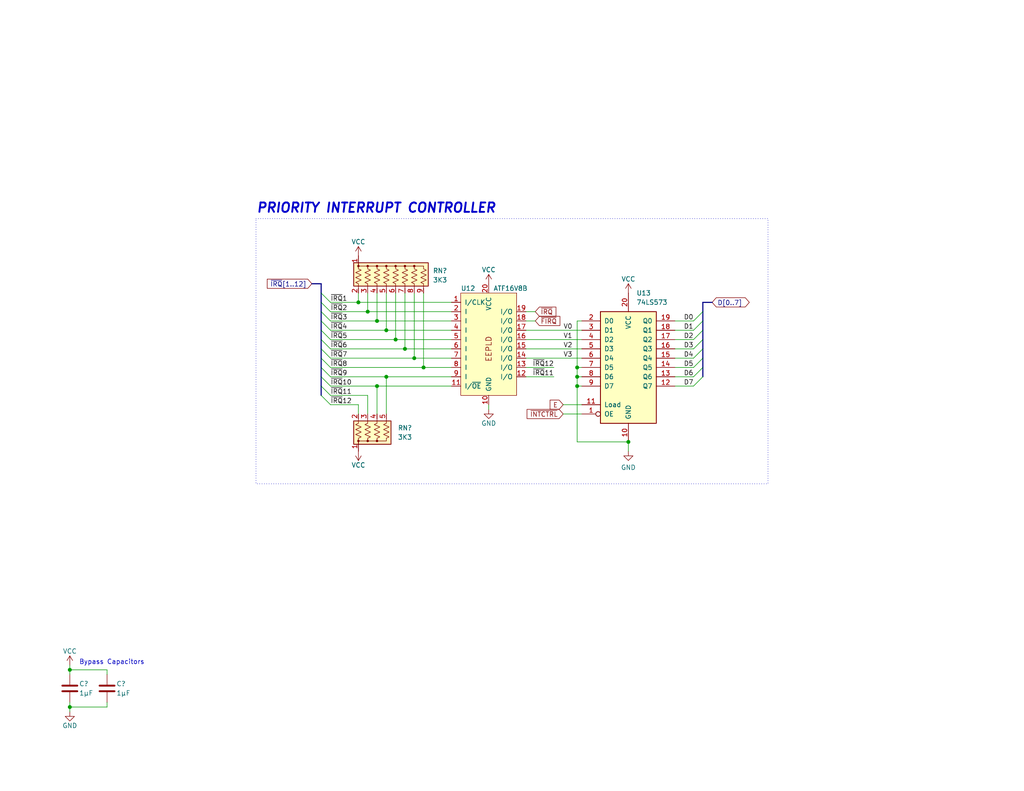
<source format=kicad_sch>
(kicad_sch (version 20230121) (generator eeschema)
  (paper "USLetter")
  (title_block (title "Priority Interrupt Controller") (date "2024-01-16") (rev "1.0") (company "Frédéric Segard") (comment 1 "MicroHobbyist's Retro Homebrew Computers") (comment 2 "microhobbyist.com"))
  (lib_symbols
    (symbol "0_Library:ATF16V8B" (pin_names (offset 1.016))
      (property "Reference" "U" (at -7.62 0 0))
      (property "Value" "ATF16V8B" (at 1.27 0 0))
      (symbol "ATF16V8B_0_0"
        (text "EEPLD" (at 0 -16.51 900) (effects (font (size 1.4986 1.4986))))
      )
      (symbol "ATF16V8B_0_1"
        (rectangle (start -7.62 -1.27) (end 7.62 -29.21) (fill (type background)))
      )
      (symbol "ATF16V8B_1_1"
        (pin input line (at -10.16 -3.81 0) (length 2.54) (name "I/CLK") (number "1"))
        (pin power_in line (at 0 -31.75 90) (length 2.54) (name "GND") (number "10"))
        (pin input line (at -10.16 -26.67 0) (length 2.54) (name "I/~{OE}") (number "11"))
        (pin bidirectional line (at 10.16 -24.13 180) (length 2.54) (name "I/O") (number "12"))
        (pin bidirectional line (at 10.16 -21.59 180) (length 2.54) (name "I/O") (number "13"))
        (pin bidirectional line (at 10.16 -19.05 180) (length 2.54) (name "I/O") (number "14"))
        (pin bidirectional line (at 10.16 -16.51 180) (length 2.54) (name "I/O") (number "15"))
        (pin bidirectional line (at 10.16 -13.97 180) (length 2.54) (name "I/O") (number "16"))
        (pin bidirectional line (at 10.16 -11.43 180) (length 2.54) (name "I/O") (number "17"))
        (pin bidirectional line (at 10.16 -8.89 180) (length 2.54) (name "I/O") (number "18"))
        (pin bidirectional line (at 10.16 -6.35 180) (length 2.54) (name "I/O") (number "19"))
        (pin input line (at -10.16 -6.35 0) (length 2.54) (name "I") (number "2"))
        (pin power_in line (at 0 1.27 270) (length 2.54) (name "VCC") (number "20"))
        (pin input line (at -10.16 -8.89 0) (length 2.54) (name "I") (number "3"))
        (pin input line (at -10.16 -11.43 0) (length 2.54) (name "I") (number "4"))
        (pin input line (at -10.16 -13.97 0) (length 2.54) (name "I") (number "5"))
        (pin input line (at -10.16 -16.51 0) (length 2.54) (name "I") (number "6"))
        (pin input line (at -10.16 -19.05 0) (length 2.54) (name "I") (number "7"))
        (pin input line (at -10.16 -21.59 0) (length 2.54) (name "I") (number "8"))
        (pin input line (at -10.16 -24.13 0) (length 2.54) (name "I") (number "9"))
      )
    )
    (symbol "74xx:74LS573" (pin_names (offset 1.016))
      (property "Reference" "U" (at -7.62 16.51 0))
      (property "Value" "74LS573" (at -7.62 -16.51 0))
      (symbol "74LS573_1_0"
        (pin input inverted (at -12.7 -12.7 0) (length 5.08) (name "OE") (number "1"))
        (pin power_in line (at 0 -20.32 90) (length 5.08) (name "GND") (number "10"))
        (pin input line (at -12.7 -10.16 0) (length 5.08) (name "Load") (number "11"))
        (pin tri_state line (at 12.7 -5.08 180) (length 5.08) (name "Q7") (number "12"))
        (pin tri_state line (at 12.7 -2.54 180) (length 5.08) (name "Q6") (number "13"))
        (pin tri_state line (at 12.7 0 180) (length 5.08) (name "Q5") (number "14"))
        (pin tri_state line (at 12.7 2.54 180) (length 5.08) (name "Q4") (number "15"))
        (pin tri_state line (at 12.7 5.08 180) (length 5.08) (name "Q3") (number "16"))
        (pin tri_state line (at 12.7 7.62 180) (length 5.08) (name "Q2") (number "17"))
        (pin tri_state line (at 12.7 10.16 180) (length 5.08) (name "Q1") (number "18"))
        (pin tri_state line (at 12.7 12.7 180) (length 5.08) (name "Q0") (number "19"))
        (pin input line (at -12.7 12.7 0) (length 5.08) (name "D0") (number "2"))
        (pin power_in line (at 0 20.32 270) (length 5.08) (name "VCC") (number "20"))
        (pin input line (at -12.7 10.16 0) (length 5.08) (name "D1") (number "3"))
        (pin input line (at -12.7 7.62 0) (length 5.08) (name "D2") (number "4"))
        (pin input line (at -12.7 5.08 0) (length 5.08) (name "D3") (number "5"))
        (pin input line (at -12.7 2.54 0) (length 5.08) (name "D4") (number "6"))
        (pin input line (at -12.7 0 0) (length 5.08) (name "D5") (number "7"))
        (pin input line (at -12.7 -2.54 0) (length 5.08) (name "D6") (number "8"))
        (pin input line (at -12.7 -5.08 0) (length 5.08) (name "D7") (number "9"))
      )
      (symbol "74LS573_1_1"
        (rectangle (start -7.62 15.24) (end 7.62 -15.24) (stroke (width 0.254)) (fill (type background)))
      )
    )
    (symbol "Device:C" (pin_numbers hide) (pin_names (offset 0.254))
      (property "Reference" "C" (at 0.635 2.54 0))
      (property "Value" "C" (at 0.635 -2.54 0))
      (symbol "C_0_1"
        (polyline (pts (xy -2.032 -0.762) (xy 2.032 -0.762)) (stroke (width 0.508)))
        (polyline (pts (xy -2.032 0.762) (xy 2.032 0.762)) (stroke (width 0.508)))
      )
      (symbol "C_1_1"
        (pin passive line (at 0 3.81 270) (length 2.794) (name "~") (number "1"))
        (pin passive line (at 0 -3.81 90) (length 2.794) (name "~") (number "2"))
      )
    )
    (symbol "Device:R_Network04_US" (pin_names (offset 0) hide)
      (property "Reference" "RN" (at -7.62 0 90))
      (property "Value" "R_Network04_US" (at 5.08 0 90))
      (symbol "R_Network04_US_0_1"
        (rectangle (start -6.35 -3.175) (end 3.81 3.175) (stroke (width 0.254)) (fill (type background)))
        (circle (center -5.08 2.286) (radius 0.254) (fill (type outline)))
        (circle (center -2.54 2.286) (radius 0.254) (fill (type outline)))
        (polyline (pts (xy -5.08 2.286) (xy 2.54 2.286)))
        (polyline (pts (xy -5.08 2.286) (xy -5.08 1.524) (xy -4.318 1.1684) (xy -5.842 0.508) (xy -4.318 -0.1524) (xy -5.842 -0.8382) (xy -4.318 -1.524) (xy -5.842 -2.1844) (xy -5.08 -2.54) (xy -5.08 -3.81)))
        (polyline (pts (xy -2.54 2.286) (xy -2.54 1.524) (xy -1.778 1.1684) (xy -3.302 0.508) (xy -1.778 -0.1524) (xy -3.302 -0.8382) (xy -1.778 -1.524) (xy -3.302 -2.1844) (xy -2.54 -2.54) (xy -2.54 -3.81)))
        (polyline (pts (xy 0 2.286) (xy 0 1.524) (xy 0.762 1.1684) (xy -0.762 0.508) (xy 0.762 -0.1524) (xy -0.762 -0.8382) (xy 0.762 -1.524) (xy -0.762 -2.1844) (xy 0 -2.54) (xy 0 -3.81)))
        (polyline (pts (xy 2.54 2.286) (xy 2.54 1.524) (xy 3.302 1.1684) (xy 1.778 0.508) (xy 3.302 -0.1524) (xy 1.778 -0.8382) (xy 3.302 -1.524) (xy 1.778 -2.1844) (xy 2.54 -2.54) (xy 2.54 -3.81)))
        (circle (center 0 2.286) (radius 0.254) (fill (type outline)))
      )
      (symbol "R_Network04_US_1_1"
        (pin passive line (at -5.08 5.08 270) (length 2.54) (name "common") (number "1"))
        (pin passive line (at -5.08 -5.08 90) (length 1.27) (name "R1") (number "2"))
        (pin passive line (at -2.54 -5.08 90) (length 1.27) (name "R2") (number "3"))
        (pin passive line (at 0 -5.08 90) (length 1.27) (name "R3") (number "4"))
        (pin passive line (at 2.54 -5.08 90) (length 1.27) (name "R4") (number "5"))
      )
    )
    (symbol "Device:R_Network08_US" (pin_names (offset 0) hide)
      (property "Reference" "RN" (at -12.7 0 90))
      (property "Value" "R_Network08_US" (at 10.16 0 90))
      (symbol "R_Network08_US_0_1"
        (rectangle (start -11.43 -3.175) (end 8.89 3.175) (stroke (width 0.254)) (fill (type background)))
        (circle (center -10.16 2.286) (radius 0.254) (fill (type outline)))
        (circle (center -7.62 2.286) (radius 0.254) (fill (type outline)))
        (circle (center -5.08 2.286) (radius 0.254) (fill (type outline)))
        (circle (center -2.54 2.286) (radius 0.254) (fill (type outline)))
        (polyline (pts (xy -10.16 2.286) (xy 7.62 2.286)))
        (polyline (pts (xy -10.16 2.286) (xy -10.16 1.524) (xy -9.398 1.1684) (xy -10.922 0.508) (xy -9.398 -0.1524) (xy -10.922 -0.8382) (xy -9.398 -1.524) (xy -10.922 -2.1844) (xy -10.16 -2.54) (xy -10.16 -3.81)))
        (polyline (pts (xy -7.62 2.286) (xy -7.62 1.524) (xy -6.858 1.1684) (xy -8.382 0.508) (xy -6.858 -0.1524) (xy -8.382 -0.8382) (xy -6.858 -1.524) (xy -8.382 -2.1844) (xy -7.62 -2.54) (xy -7.62 -3.81)))
        (polyline (pts (xy -5.08 2.286) (xy -5.08 1.524) (xy -4.318 1.1684) (xy -5.842 0.508) (xy -4.318 -0.1524) (xy -5.842 -0.8382) (xy -4.318 -1.524) (xy -5.842 -2.1844) (xy -5.08 -2.54) (xy -5.08 -3.81)))
        (polyline (pts (xy -2.54 2.286) (xy -2.54 1.524) (xy -1.778 1.1684) (xy -3.302 0.508) (xy -1.778 -0.1524) (xy -3.302 -0.8382) (xy -1.778 -1.524) (xy -3.302 -2.1844) (xy -2.54 -2.54) (xy -2.54 -3.81)))
        (polyline (pts (xy 0 2.286) (xy 0 1.524) (xy 0.762 1.1684) (xy -0.762 0.508) (xy 0.762 -0.1524) (xy -0.762 -0.8382) (xy 0.762 -1.524) (xy -0.762 -2.1844) (xy 0 -2.54) (xy 0 -3.81)))
        (polyline (pts (xy 2.54 2.286) (xy 2.54 1.524) (xy 3.302 1.1684) (xy 1.778 0.508) (xy 3.302 -0.1524) (xy 1.778 -0.8382) (xy 3.302 -1.524) (xy 1.778 -2.1844) (xy 2.54 -2.54) (xy 2.54 -3.81)))
        (polyline (pts (xy 5.08 2.286) (xy 5.08 1.524) (xy 5.842 1.1684) (xy 4.318 0.508) (xy 5.842 -0.1524) (xy 4.318 -0.8382) (xy 5.842 -1.524) (xy 4.318 -2.1844) (xy 5.08 -2.54) (xy 5.08 -3.81)))
        (polyline (pts (xy 7.62 2.286) (xy 7.62 1.524) (xy 8.382 1.1684) (xy 6.858 0.508) (xy 8.382 -0.1524) (xy 6.858 -0.8382) (xy 8.382 -1.524) (xy 6.858 -2.1844) (xy 7.62 -2.54) (xy 7.62 -3.81)))
        (circle (center 0 2.286) (radius 0.254) (fill (type outline)))
        (circle (center 2.54 2.286) (radius 0.254) (fill (type outline)))
        (circle (center 5.08 2.286) (radius 0.254) (fill (type outline)))
      )
      (symbol "R_Network08_US_1_1"
        (pin passive line (at -10.16 5.08 270) (length 2.54) (name "common") (number "1"))
        (pin passive line (at -10.16 -5.08 90) (length 1.27) (name "R1") (number "2"))
        (pin passive line (at -7.62 -5.08 90) (length 1.27) (name "R2") (number "3"))
        (pin passive line (at -5.08 -5.08 90) (length 1.27) (name "R3") (number "4"))
        (pin passive line (at -2.54 -5.08 90) (length 1.27) (name "R4") (number "5"))
        (pin passive line (at 0 -5.08 90) (length 1.27) (name "R5") (number "6"))
        (pin passive line (at 2.54 -5.08 90) (length 1.27) (name "R6") (number "7"))
        (pin passive line (at 5.08 -5.08 90) (length 1.27) (name "R7") (number "8"))
        (pin passive line (at 7.62 -5.08 90) (length 1.27) (name "R8") (number "9"))
      )
    )
    (symbol "power:GND" (power) (pin_names (offset 0))
      (property "Value" "GND" (at 0 -3.81 0))
      (symbol "GND_0_1"
        (polyline (pts (xy 0 0) (xy 0 -1.27) (xy 1.27 -1.27) (xy 0 -2.54) (xy -1.27 -1.27) (xy 0 -1.27)))
      )
      (symbol "GND_1_1"
        (pin power_in line (at 0 0 270) (length 0) hide (name "GND") (number "1"))
      )
    )
    (symbol "power:VCC" (power) (pin_names (offset 0))
      (property "Value" "VCC" (at 0 3.81 0))
      (symbol "VCC_0_1"
        (polyline (pts (xy -0.762 1.27) (xy 0 2.54)))
        (polyline (pts (xy 0 0) (xy 0 2.54)))
        (polyline (pts (xy 0 2.54) (xy 0.762 1.27)))
      )
      (symbol "VCC_1_1"
        (pin power_in line (at 0 0 90) (length 0) hide (name "VCC") (number "1"))
      )
    )
  )
  (junction (at 171.45 120.65))
  (junction (at 105.41 102.87))
  (junction (at 157.48 102.87))
  (junction (at 107.95 92.71))
  (junction (at 115.57 100.33))
  (junction (at 102.87 87.63))
  (junction (at 157.48 100.33))
  (junction (at 19.05 193.04))
  (junction (at 102.87 105.41))
  (junction (at 105.41 90.17))
  (junction (at 110.49 95.25))
  (junction (at 19.05 182.88))
  (junction (at 113.03 97.79))
  (junction (at 157.48 105.41))
  (junction (at 97.79 82.55))
  (junction (at 100.33 85.09))
  (bus_entry (at 189.23 102.87) (size 2.54 -2.54))
  (bus_entry (at 189.23 92.71) (size 2.54 -2.54))
  (bus_entry (at 87.63 92.71) (size 2.54 2.54))
  (bus_entry (at 87.63 90.17) (size 2.54 2.54))
  (bus_entry (at 87.63 95.25) (size 2.54 2.54))
  (bus_entry (at 87.63 87.63) (size 2.54 2.54))
  (bus_entry (at 189.23 95.25) (size 2.54 -2.54))
  (bus_entry (at 87.63 100.33) (size 2.54 2.54))
  (bus_entry (at 87.63 102.87) (size 2.54 2.54))
  (bus_entry (at 87.63 107.95) (size 2.54 2.54))
  (bus_entry (at 87.63 105.41) (size 2.54 2.54))
  (bus_entry (at 189.23 87.63) (size 2.54 -2.54))
  (bus_entry (at 189.23 105.41) (size 2.54 -2.54))
  (bus_entry (at 87.63 85.09) (size 2.54 2.54))
  (bus_entry (at 87.63 97.79) (size 2.54 2.54))
  (bus_entry (at 87.63 82.55) (size 2.54 2.54))
  (bus_entry (at 189.23 97.79) (size 2.54 -2.54))
  (bus_entry (at 87.63 80.01) (size 2.54 2.54))
  (bus_entry (at 189.23 100.33) (size 2.54 -2.54))
  (bus_entry (at 189.23 90.17) (size 2.54 -2.54))
  (wire (pts (xy 143.51 87.63) (xy 146.05 87.63)))
  (bus (pts (xy 87.63 105.41) (xy 87.63 107.95)))
  (wire (pts (xy 90.17 90.17) (xy 105.41 90.17)))
  (wire (pts (xy 97.79 113.03) (xy 97.79 110.49)))
  (wire (pts (xy 105.41 102.87) (xy 123.19 102.87)))
  (wire (pts (xy 29.21 191.77) (xy 29.21 193.04)))
  (wire (pts (xy 157.48 102.87) (xy 158.75 102.87)))
  (wire (pts (xy 102.87 105.41) (xy 123.19 105.41)))
  (wire (pts (xy 153.67 110.49) (xy 158.75 110.49)))
  (wire (pts (xy 90.17 97.79) (xy 113.03 97.79)))
  (wire (pts (xy 107.95 92.71) (xy 123.19 92.71)))
  (wire (pts (xy 90.17 107.95) (xy 100.33 107.95)))
  (bus (pts (xy 191.77 87.63) (xy 191.77 85.09)))
  (wire (pts (xy 143.51 85.09) (xy 146.05 85.09)))
  (wire (pts (xy 143.51 97.79) (xy 158.75 97.79)))
  (bus (pts (xy 87.63 100.33) (xy 87.63 102.87)))
  (wire (pts (xy 153.67 113.03) (xy 158.75 113.03)))
  (wire (pts (xy 100.33 80.01) (xy 100.33 85.09)))
  (wire (pts (xy 107.95 80.01) (xy 107.95 92.71)))
  (wire (pts (xy 90.17 110.49) (xy 97.79 110.49)))
  (wire (pts (xy 115.57 80.01) (xy 115.57 100.33)))
  (bus (pts (xy 191.77 90.17) (xy 191.77 87.63)))
  (wire (pts (xy 19.05 182.88) (xy 19.05 184.15)))
  (wire (pts (xy 158.75 87.63) (xy 157.48 87.63)))
  (wire (pts (xy 102.87 87.63) (xy 123.19 87.63)))
  (wire (pts (xy 100.33 85.09) (xy 123.19 85.09)))
  (wire (pts (xy 19.05 181.61) (xy 19.05 182.88)))
  (wire (pts (xy 157.48 120.65) (xy 171.45 120.65)))
  (wire (pts (xy 19.05 182.88) (xy 29.21 182.88)))
  (wire (pts (xy 184.15 95.25) (xy 189.23 95.25)))
  (wire (pts (xy 105.41 102.87) (xy 105.41 113.03)))
  (bus (pts (xy 87.63 102.87) (xy 87.63 105.41)))
  (wire (pts (xy 143.51 92.71) (xy 158.75 92.71)))
  (wire (pts (xy 90.17 95.25) (xy 110.49 95.25)))
  (wire (pts (xy 184.15 105.41) (xy 189.23 105.41)))
  (bus (pts (xy 87.63 97.79) (xy 87.63 100.33)))
  (wire (pts (xy 184.15 87.63) (xy 189.23 87.63)))
  (bus (pts (xy 191.77 92.71) (xy 191.77 90.17)))
  (bus (pts (xy 191.77 82.55) (xy 194.31 82.55)))
  (bus (pts (xy 87.63 85.09) (xy 87.63 82.55)))
  (wire (pts (xy 157.48 105.41) (xy 157.48 120.65)))
  (wire (pts (xy 113.03 80.01) (xy 113.03 97.79)))
  (bus (pts (xy 87.63 92.71) (xy 87.63 90.17)))
  (bus (pts (xy 85.09 77.47) (xy 87.63 77.47)))
  (bus (pts (xy 87.63 90.17) (xy 87.63 87.63)))
  (wire (pts (xy 97.79 82.55) (xy 123.19 82.55)))
  (bus (pts (xy 191.77 85.09) (xy 191.77 82.55)))
  (wire (pts (xy 110.49 95.25) (xy 123.19 95.25)))
  (bus (pts (xy 87.63 82.55) (xy 87.63 80.01)))
  (wire (pts (xy 90.17 102.87) (xy 105.41 102.87)))
  (wire (pts (xy 105.41 90.17) (xy 123.19 90.17)))
  (bus (pts (xy 191.77 102.87) (xy 191.77 100.33)))
  (bus (pts (xy 191.77 95.25) (xy 191.77 92.71)))
  (bus (pts (xy 87.63 80.01) (xy 87.63 77.47)))
  (wire (pts (xy 123.19 100.33) (xy 115.57 100.33)))
  (wire (pts (xy 143.51 102.87) (xy 151.13 102.87)))
  (bus (pts (xy 191.77 97.79) (xy 191.77 95.25)))
  (wire (pts (xy 184.15 97.79) (xy 189.23 97.79)))
  (wire (pts (xy 184.15 100.33) (xy 189.23 100.33)))
  (wire (pts (xy 102.87 105.41) (xy 102.87 113.03)))
  (wire (pts (xy 105.41 80.01) (xy 105.41 90.17)))
  (wire (pts (xy 143.51 90.17) (xy 158.75 90.17)))
  (wire (pts (xy 97.79 80.01) (xy 97.79 82.55)))
  (wire (pts (xy 29.21 182.88) (xy 29.21 184.15)))
  (bus (pts (xy 87.63 87.63) (xy 87.63 85.09)))
  (bus (pts (xy 87.63 95.25) (xy 87.63 92.71)))
  (wire (pts (xy 184.15 102.87) (xy 189.23 102.87)))
  (wire (pts (xy 184.15 90.17) (xy 189.23 90.17)))
  (wire (pts (xy 143.51 100.33) (xy 151.13 100.33)))
  (wire (pts (xy 90.17 92.71) (xy 107.95 92.71)))
  (wire (pts (xy 157.48 105.41) (xy 158.75 105.41)))
  (wire (pts (xy 90.17 82.55) (xy 97.79 82.55)))
  (wire (pts (xy 19.05 193.04) (xy 29.21 193.04)))
  (wire (pts (xy 110.49 80.01) (xy 110.49 95.25)))
  (wire (pts (xy 90.17 85.09) (xy 100.33 85.09)))
  (wire (pts (xy 143.51 95.25) (xy 158.75 95.25)))
  (wire (pts (xy 90.17 100.33) (xy 115.57 100.33)))
  (wire (pts (xy 19.05 193.04) (xy 19.05 194.31)))
  (wire (pts (xy 100.33 113.03) (xy 100.33 107.95)))
  (wire (pts (xy 19.05 191.77) (xy 19.05 193.04)))
  (wire (pts (xy 157.48 100.33) (xy 158.75 100.33)))
  (wire (pts (xy 133.35 111.76) (xy 133.35 110.49)))
  (wire (pts (xy 157.48 87.63) (xy 157.48 100.33)))
  (wire (pts (xy 113.03 97.79) (xy 123.19 97.79)))
  (bus (pts (xy 191.77 100.33) (xy 191.77 97.79)))
  (wire (pts (xy 90.17 105.41) (xy 102.87 105.41)))
  (wire (pts (xy 157.48 102.87) (xy 157.48 105.41)))
  (bus (pts (xy 87.63 97.79) (xy 87.63 95.25)))
  (wire (pts (xy 184.15 92.71) (xy 189.23 92.71)))
  (wire (pts (xy 171.45 120.65) (xy 171.45 123.19)))
  (wire (pts (xy 90.17 87.63) (xy 102.87 87.63)))
  (wire (pts (xy 157.48 100.33) (xy 157.48 102.87)))
  (wire (pts (xy 102.87 80.01) (xy 102.87 87.63)))
  (rectangle (start 69.85 59.69) (end 209.55 132.08) (stroke (width 0) (type dot)))
  (text "Bypass Capacitors" (at 21.59 181.61 0) (effects (font (size 1.27 1.27)) (justify left bottom)))
  (text "PRIORITY INTERRUPT CONTROLLER" (at 69.85 58.42 0) (effects (font (size 2.54 2.54) (thickness 0.508) bold italic) (justify left bottom)))
  (label "~{IRQ}8" (at 90.17 100.33 0))
  (label "~{IRQ}2" (at 90.17 85.09 0))
  (label "~{IRQ}4" (at 90.17 90.17 0))
  (label "D6" (at 189.23 102.87 180))
  (label "D5" (at 189.23 100.33 180))
  (label "V1" (at 156.21 92.71 180))
  (label "~{IRQ}11" (at 151.13 102.87 180))
  (label "~{IRQ}7" (at 90.17 97.79 0))
  (label "D7" (at 189.23 105.41 180))
  (label "V0" (at 156.21 90.17 180))
  (label "~{IRQ}1" (at 90.17 82.55 0))
  (label "~{IRQ}9" (at 90.17 102.87 0))
  (label "~{IRQ}10" (at 90.17 105.41 0))
  (label "D4" (at 189.23 97.79 180))
  (label "D1" (at 189.23 90.17 180))
  (label "V2" (at 156.21 95.25 180))
  (label "~{IRQ}5" (at 90.17 92.71 0))
  (label "D0" (at 189.23 87.63 180))
  (label "~{IRQ}11" (at 90.17 107.95 0))
  (label "V3" (at 156.21 97.79 180))
  (label "~{IRQ}12" (at 151.13 100.33 180))
  (label "D2" (at 189.23 92.71 180))
  (label "~{IRQ}12" (at 90.17 110.49 0))
  (label "~{IRQ}3" (at 90.17 87.63 0))
  (label "D3" (at 189.23 95.25 180))
  (label "~{IRQ}6" (at 90.17 95.25 0))
  (global_label "D[0..7]" (shape bidirectional) (at 194.31 82.55 0) (property "Intersheetrefs" "${INTERSHEET_REFS}" (effects hide)))
  (global_label "~{IRQ}[1..12]" (shape input) (at 85.09 77.47 180) (property "Intersheetrefs" "${INTERSHEET_REFS}" (effects hide)))
  (global_label "~{INTCTRL}" (shape input) (at 153.67 113.03 180) (property "Intersheetrefs" "${INTERSHEET_REFS}" (effects hide)))
  (global_label "~{FIRQ}" (shape input) (at 146.05 87.63 0) (property "Intersheetrefs" "${INTERSHEET_REFS}" (effects hide)))
  (global_label "E" (shape input) (at 153.67 110.49 180) (property "Intersheetrefs" "${INTERSHEET_REFS}" (effects hide)))
  (global_label "~{IRQ}" (shape input) (at 146.05 85.09 0) (property "Intersheetrefs" "${INTERSHEET_REFS}" (effects hide)))
  (symbol (lib_id "Device:C") (at 29.21 187.96 0) (unit 1)
    (property "Reference" "C?" (at 31.75 186.69 0) (effects (justify left)))
    (property "Value" "1µF" (at 31.75 189.23 0) (effects (justify left)))
    (property "Footprint" "Capacitor_THT:C_Disc_D3.0mm_W1.6mm_P2.50mm" (effects hide))
    (instances (project "Ep6 - Memory Management Unit (MMU)" (path "" (reference "C?") (unit 1)) (path "" (reference "C?") (unit 1)) (path "" (reference "C?") (unit 1)) (path "" (reference "C18") (unit 1))))
  )
  (symbol (lib_id "power:VCC") (at 133.35 77.47 0) (unit 1)
    (property "Reference" "#PWR054" (effects hide))
    (property "Value" "VCC" (at 133.35 73.66 0))
  )
  (symbol (lib_id "power:VCC") (at 19.05 181.61 0) (unit 1)
    (property "Reference" "#PWR?" (effects hide))
    (property "Value" "VCC" (at 19.05 177.8 0))
    (instances (project "Ep6 - Memory Management Unit (MMU)" (path "" (reference "#PWR?") (unit 1)) (path "" (reference "#PWR?") (unit 1)) (path "" (reference "#PWR?") (unit 1)) (path "" (reference "#PWR050") (unit 1))))
  )
  (symbol (lib_id "74xx:74LS573") (at 171.45 100.33 0) (unit 1)
    (property "Reference" "U13" (at 173.6441 80.01 0) (effects (justify left)))
    (property "Value" "74LS573" (at 173.6441 82.55 0) (effects (justify left)))
    (property "Footprint" "Package_DIP:DIP-20_W7.62mm_Socket" (effects hide))
    (property "Datasheet" "74xx/74hc573.pdf" (effects hide))
  )
  (symbol (lib_id "Device:R_Network04_US") (at 102.87 118.11 0) (mirror x) (unit 1)
    (property "Reference" "RN?" (at 110.49 116.84 0))
    (property "Value" "3K3" (at 110.49 119.38 0))
    (property "Footprint" "Resistor_THT:R_Array_SIP5" (effects hide))
    (property "Datasheet" "http://www.vishay.com/docs/31509/csc.pdf" (effects hide))
    (instances (project "Ep6 - Memory Management Unit (MMU)" (path "" (reference "RN?") (unit 1)) (path "" (reference "RN2") (unit 1))))
  )
  (symbol (lib_id "Device:R_Network08_US") (at 107.95 74.93 0) (unit 1)
    (property "Reference" "RN?" (at 118.11 73.914 0) (effects (justify left)))
    (property "Value" "3K3" (at 118.11 76.454 0) (effects (justify left)))
    (property "Footprint" "Resistor_THT:R_Array_SIP9" (effects hide))
    (property "Datasheet" "http://www.vishay.com/docs/31509/csc.pdf" (effects hide))
    (instances (project "Ep6 - Memory Management Unit (MMU)" (path "" (reference "RN?") (unit 1)) (path "" (reference "RN3") (unit 1))))
  )
  (symbol (lib_id "power:VCC") (at 171.45 80.01 0) (unit 1)
    (property "Reference" "#PWR056" (effects hide))
    (property "Value" "VCC" (at 171.45 76.2 0))
  )
  (symbol (lib_id "power:GND") (at 171.45 123.19 0) (unit 1)
    (property "Reference" "#PWR?" (effects hide))
    (property "Value" "GND" (at 171.45 127.6334 0))
    (instances (project "1 - Main CPU board with basic peripherals (rev5)" (path "" (reference "#PWR?") (unit 1))) (project "4 - Quad serial" (path "" (reference "#PWR?") (unit 1))) (project "Ep6 - Memory Management Unit (MMU)" (path "" (reference "#PWR?") (unit 1)) (path "" (reference "#PWR057") (unit 1))))
  )
  (symbol (lib_id "power:GND") (at 133.35 111.76 0) (unit 1)
    (property "Reference" "#PWR?" (effects hide))
    (property "Value" "GND" (at 133.35 115.57 0))
    (instances (project "1 - Main CPU board with basic peripherals (rev5)" (path "" (reference "#PWR?") (unit 1)) (path "" (reference "#PWR?") (unit 1))) (project "4 - Quad serial" (path "" (reference "#PWR?") (unit 1))) (project "Ep6 - Memory Management Unit (MMU)" (path "" (reference "#PWR?") (unit 1)) (path "" (reference "#PWR055") (unit 1))))
  )
  (symbol (lib_id "power:VCC") (at 97.79 69.85 0) (unit 1)
    (property "Reference" "#PWR052" (effects hide))
    (property "Value" "VCC" (at 97.79 66.04 0))
  )
  (symbol (lib_id "Device:C") (at 19.05 187.96 0) (unit 1)
    (property "Reference" "C?" (at 21.59 186.69 0) (effects (justify left)))
    (property "Value" "1µF" (at 21.59 189.23 0) (effects (justify left)))
    (property "Footprint" "Capacitor_THT:C_Disc_D3.0mm_W1.6mm_P2.50mm" (effects hide))
    (instances (project "Ep6 - Memory Management Unit (MMU)" (path "" (reference "C?") (unit 1)) (path "" (reference "C?") (unit 1)) (path "" (reference "C?") (unit 1)) (path "" (reference "C17") (unit 1))))
  )
  (symbol (lib_id "0_Library:ATF16V8B") (at 133.35 78.74 0) (unit 1)
    (property "Reference" "U12" (at 125.73 78.74 0) (effects (justify left)))
    (property "Value" "ATF16V8B" (at 134.62 78.74 0) (effects (justify left)))
    (property "Footprint" "Package_DIP:DIP-20_W7.62mm_LongPads" (effects hide))
    (property "Datasheet" "http://ww1.microchip.com/downloads/en/DeviceDoc/Atmel-0364-PLD-ATF16V8B-8BQ-8BQL-Datasheet.pdf" (effects hide))
  )
  (symbol (lib_id "power:VCC") (at 97.79 123.19 0) (mirror x) (unit 1)
    (property "Reference" "#PWR053" (effects hide))
    (property "Value" "VCC" (at 97.79 127 0))
  )
  (symbol (lib_id "power:GND") (at 19.05 194.31 0) (unit 1)
    (property "Reference" "#PWR?" (effects hide))
    (property "Value" "GND" (at 19.05 198.12 0))
    (instances (project "Ep6 - Memory Management Unit (MMU)" (path "" (reference "#PWR?") (unit 1)) (path "" (reference "#PWR?") (unit 1)) (path "" (reference "#PWR?") (unit 1)) (path "" (reference "#PWR051") (unit 1))))
  )
)
</source>
